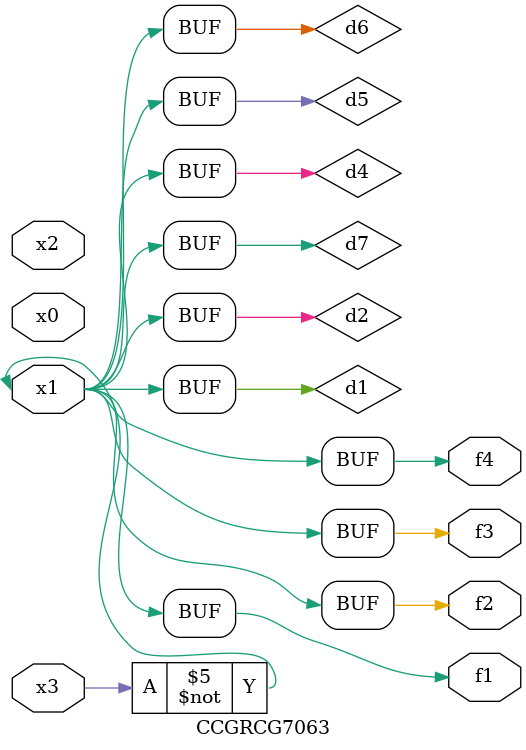
<source format=v>
module CCGRCG7063(
	input x0, x1, x2, x3,
	output f1, f2, f3, f4
);

	wire d1, d2, d3, d4, d5, d6, d7;

	not (d1, x3);
	buf (d2, x1);
	xnor (d3, d1, d2);
	nor (d4, d1);
	buf (d5, d1, d2);
	buf (d6, d4, d5);
	nand (d7, d4);
	assign f1 = d6;
	assign f2 = d7;
	assign f3 = d6;
	assign f4 = d6;
endmodule

</source>
